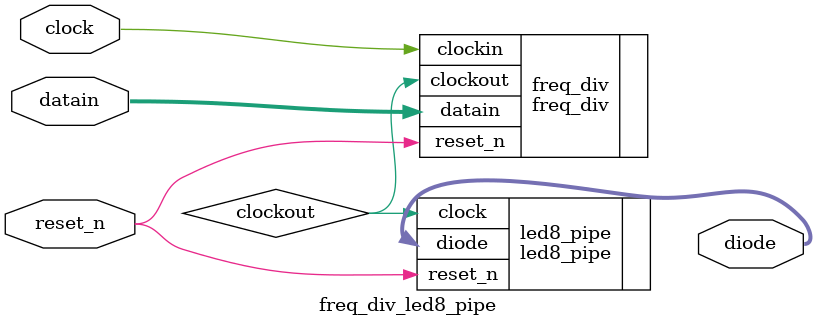
<source format=v>

`timescale 1ns/100ps

module freq_div_led8_pipe (
                           reset_n,
                           clock,
                           datain,
                           diode
                          );

  input              reset_n;
  input              clock;
  input  [7:0]       datain;
  output [7:0]       diode;

  // wire   [7:0]       diode;

  wire               clockout;

  led8_pipe led8_pipe (
    .reset_n ( reset_n  ),
    .clock   ( clockout ),
    .diode   ( diode    )
  );

  freq_div freq_div (
    .reset_n ( reset_n  ),
    .clockin ( clock    ),
    .datain  ( datain   ),
    .clockout( clockout )
  );

endmodule

</source>
